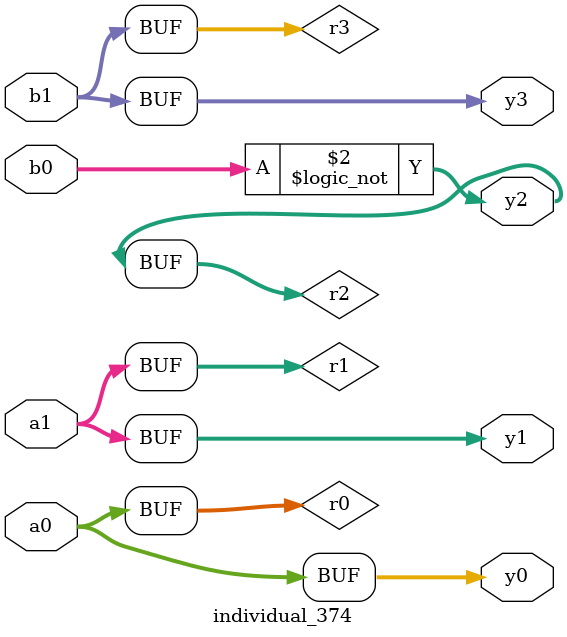
<source format=sv>
module individual_374(input logic [15:0] a1, input logic [15:0] a0, input logic [15:0] b1, input logic [15:0] b0, output logic [15:0] y3, output logic [15:0] y2, output logic [15:0] y1, output logic [15:0] y0);
logic [15:0] r0, r1, r2, r3; 
 always@(*) begin 
	 r0 = a0; r1 = a1; r2 = b0; r3 = b1; 
 	 r2 = ! b0 ;
 	 y3 = r3; y2 = r2; y1 = r1; y0 = r0; 
end
endmodule
</source>
